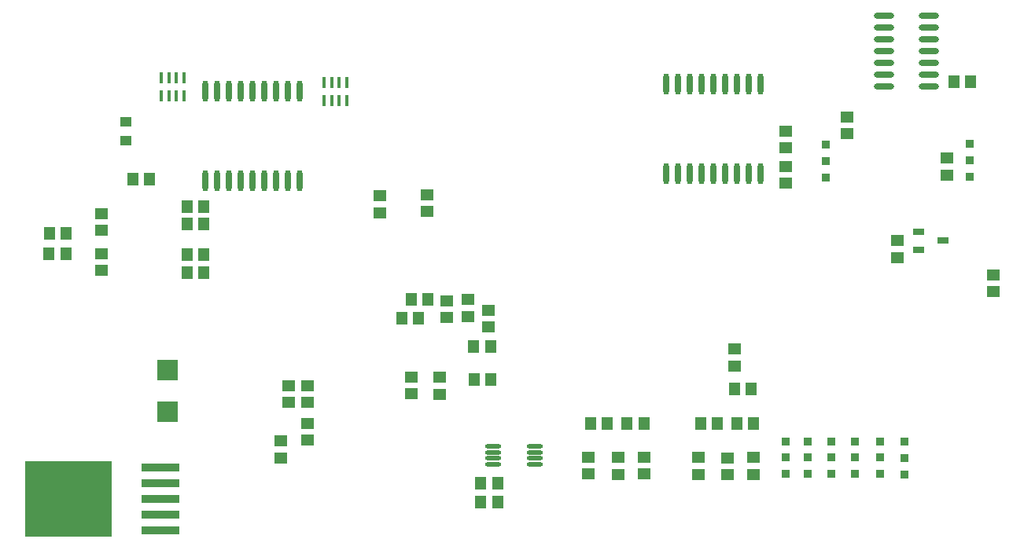
<source format=gbp>
%FSTAX24Y24*%
%MOIN*%
G70*
G01*
G75*
G04 Layer_Color=128*
%ADD10C,0.0100*%
%ADD11R,0.0512X0.0394*%
%ADD12O,0.0945X0.0236*%
%ADD13R,0.0945X0.0236*%
%ADD14R,0.1575X0.0670*%
%ADD15R,0.0177X0.0453*%
%ADD16R,0.1378X0.0748*%
%ADD17R,0.1732X0.0866*%
%ADD18R,0.0532X0.0472*%
%ADD19R,0.1969X0.2756*%
%ADD20R,0.0472X0.0532*%
%ADD21C,0.0394*%
%ADD22R,0.0591X0.0118*%
%ADD23R,0.0118X0.0591*%
%ADD24O,0.0276X0.0984*%
%ADD25R,0.0472X0.0551*%
%ADD26R,0.0551X0.0472*%
%ADD27R,0.0591X0.0315*%
%ADD28R,0.0787X0.0571*%
%ADD29C,0.0120*%
%ADD30C,0.0300*%
%ADD31C,0.2362*%
%ADD32C,0.0800*%
%ADD33C,0.0700*%
%ADD34C,0.0591*%
%ADD35C,0.0984*%
%ADD36R,0.0984X0.0984*%
%ADD37O,0.0787X0.1890*%
%ADD38O,0.1890X0.0787*%
%ADD39C,0.0591*%
%ADD40C,0.1043*%
%ADD41R,0.0591X0.0591*%
%ADD42C,0.1161*%
%ADD43R,0.0787X0.0787*%
%ADD44C,0.0787*%
%ADD45R,0.0650X0.0650*%
%ADD46C,0.0650*%
%ADD47C,0.0728*%
%ADD48R,0.0728X0.0728*%
%ADD49C,0.1181*%
%ADD50R,0.0591X0.0591*%
%ADD51R,0.0591X0.0591*%
%ADD52C,0.0472*%
%ADD53C,0.0240*%
%ADD54R,0.0374X0.0335*%
%ADD55R,0.0472X0.0256*%
%ADD56R,0.0906X0.0906*%
%ADD57R,0.3701X0.3228*%
%ADD58R,0.1634X0.0374*%
%ADD59O,0.0236X0.0906*%
%ADD60O,0.0709X0.0177*%
%ADD61O,0.0866X0.0236*%
%ADD62C,0.0200*%
%ADD63C,0.0079*%
%ADD64C,0.0039*%
%ADD65C,0.0098*%
%ADD66C,0.0236*%
%ADD67C,0.0030*%
%ADD68C,0.0050*%
%ADD69C,0.0040*%
%ADD70C,0.0059*%
%ADD71R,0.1614X0.0748*%
%ADD72R,0.0592X0.0474*%
%ADD73O,0.1025X0.0316*%
%ADD74R,0.1025X0.0316*%
%ADD75R,0.1655X0.0750*%
%ADD76R,0.0257X0.0533*%
%ADD77R,0.1458X0.0828*%
%ADD78R,0.1812X0.0946*%
%ADD79R,0.0612X0.0552*%
%ADD80R,0.2049X0.2836*%
%ADD81R,0.0552X0.0612*%
%ADD82C,0.0474*%
%ADD83R,0.0671X0.0198*%
%ADD84R,0.0198X0.0671*%
%ADD85O,0.0356X0.1064*%
%ADD86R,0.0552X0.0631*%
%ADD87R,0.0631X0.0552*%
%ADD88R,0.0671X0.0395*%
%ADD89R,0.0867X0.0651*%
%ADD90C,0.2442*%
%ADD91C,0.0880*%
%ADD92C,0.0780*%
%ADD93C,0.0671*%
%ADD94C,0.1064*%
%ADD95R,0.1064X0.1064*%
%ADD96O,0.0867X0.1970*%
%ADD97O,0.1970X0.0867*%
%ADD98C,0.0671*%
%ADD99C,0.1123*%
%ADD100R,0.0671X0.0671*%
%ADD101C,0.1241*%
%ADD102R,0.0867X0.0867*%
%ADD103C,0.0867*%
%ADD104R,0.0730X0.0730*%
%ADD105C,0.0730*%
%ADD106C,0.0808*%
%ADD107R,0.0808X0.0808*%
%ADD108C,0.1261*%
%ADD109R,0.0671X0.0671*%
%ADD110R,0.0671X0.0671*%
%ADD111C,0.0552*%
%ADD112C,0.0320*%
%ADD113R,0.0454X0.0415*%
%ADD114R,0.0552X0.0336*%
%ADD115R,0.0986X0.0986*%
%ADD116R,0.3781X0.3308*%
%ADD117R,0.1714X0.0454*%
%ADD118O,0.0316X0.0986*%
%ADD119O,0.0789X0.0257*%
%ADD120O,0.0946X0.0316*%
D11*
X0257Y032756D02*
D03*
Y033544D02*
D03*
D15*
X027515Y0354D02*
D03*
X0272D02*
D03*
Y034632D02*
D03*
X027515D02*
D03*
X02783D02*
D03*
X028145D02*
D03*
Y0354D02*
D03*
X02783D02*
D03*
X034415Y0352D02*
D03*
X0341D02*
D03*
Y034432D02*
D03*
X034415D02*
D03*
X03473D02*
D03*
X035045D02*
D03*
Y0352D02*
D03*
X03473D02*
D03*
D18*
X06245Y02635D02*
D03*
Y027059D02*
D03*
X05365Y032446D02*
D03*
Y033154D02*
D03*
Y031659D02*
D03*
Y03095D02*
D03*
X03225Y020004D02*
D03*
Y019296D02*
D03*
X0326Y02165D02*
D03*
Y022359D02*
D03*
X0584Y028504D02*
D03*
Y027796D02*
D03*
X0515Y023904D02*
D03*
Y023196D02*
D03*
X0605Y031293D02*
D03*
Y032002D02*
D03*
X05625Y033039D02*
D03*
Y033748D02*
D03*
D20*
X02315Y02795D02*
D03*
X022441D02*
D03*
X023154Y0288D02*
D03*
X022446D02*
D03*
X052204Y0222D02*
D03*
X051496D02*
D03*
X040741Y0182D02*
D03*
X04145D02*
D03*
X040741Y0174D02*
D03*
X04145D02*
D03*
D25*
X028291Y0292D02*
D03*
X029D02*
D03*
X028291Y02995D02*
D03*
X029D02*
D03*
X028291Y02715D02*
D03*
X029D02*
D03*
X028291Y0279D02*
D03*
X029D02*
D03*
X0267Y0311D02*
D03*
X025991D02*
D03*
X051591Y020741D02*
D03*
X0523D02*
D03*
X050759D02*
D03*
X05005D02*
D03*
X04045Y0226D02*
D03*
X041159D02*
D03*
X0385Y026D02*
D03*
X037791D02*
D03*
X038109Y0252D02*
D03*
X0374D02*
D03*
X040441Y024D02*
D03*
X04115D02*
D03*
X060796Y03525D02*
D03*
X061504D02*
D03*
X046109Y02075D02*
D03*
X0454D02*
D03*
X046941D02*
D03*
X04765D02*
D03*
D26*
X03645Y030404D02*
D03*
Y029696D02*
D03*
X03845Y030454D02*
D03*
Y029746D02*
D03*
X0334Y021646D02*
D03*
Y022354D02*
D03*
Y020754D02*
D03*
Y020046D02*
D03*
X02465Y02965D02*
D03*
Y028941D02*
D03*
Y027959D02*
D03*
Y02725D02*
D03*
X0523Y0193D02*
D03*
Y018591D02*
D03*
X0512Y019291D02*
D03*
Y018583D02*
D03*
X0378Y022709D02*
D03*
Y022D02*
D03*
X0402Y025291D02*
D03*
Y026D02*
D03*
X04105Y02555D02*
D03*
Y024841D02*
D03*
X04995Y0193D02*
D03*
Y018591D02*
D03*
X0393Y025241D02*
D03*
Y02595D02*
D03*
X039Y0227D02*
D03*
Y021991D02*
D03*
X0453Y019309D02*
D03*
Y0186D02*
D03*
X04655Y0193D02*
D03*
Y018591D02*
D03*
X04765Y019309D02*
D03*
Y0186D02*
D03*
D54*
X0587Y019276D02*
D03*
Y019965D02*
D03*
Y018587D02*
D03*
X05537Y031876D02*
D03*
Y032565D02*
D03*
Y031187D02*
D03*
X06146Y031916D02*
D03*
Y032605D02*
D03*
Y031227D02*
D03*
X05765Y019306D02*
D03*
Y019994D02*
D03*
Y018617D02*
D03*
X0566Y0193D02*
D03*
Y019989D02*
D03*
Y018611D02*
D03*
X0556Y0193D02*
D03*
Y019989D02*
D03*
Y018611D02*
D03*
X0546Y0193D02*
D03*
Y019989D02*
D03*
Y018611D02*
D03*
X05365Y0193D02*
D03*
Y019989D02*
D03*
Y018611D02*
D03*
D55*
X060322Y0285D02*
D03*
X059278Y028126D02*
D03*
Y028874D02*
D03*
D56*
X02745Y02125D02*
D03*
Y023022D02*
D03*
D57*
X023243Y01755D02*
D03*
D58*
X027161Y016211D02*
D03*
Y016881D02*
D03*
Y01755D02*
D03*
Y018219D02*
D03*
Y018889D02*
D03*
D59*
X0526Y031341D02*
D03*
X0521D02*
D03*
X0516D02*
D03*
X0511D02*
D03*
X0506D02*
D03*
X0501D02*
D03*
X0496D02*
D03*
X0491D02*
D03*
X0486D02*
D03*
X0526Y035159D02*
D03*
X0521D02*
D03*
X0516D02*
D03*
X0511D02*
D03*
X0506D02*
D03*
X0501D02*
D03*
X0496D02*
D03*
X0491D02*
D03*
X0486D02*
D03*
X03305Y031031D02*
D03*
X03255D02*
D03*
X03205D02*
D03*
X03155D02*
D03*
X03105D02*
D03*
X03055D02*
D03*
X03005D02*
D03*
X02955D02*
D03*
X02905D02*
D03*
X03305Y03485D02*
D03*
X03255D02*
D03*
X03205D02*
D03*
X03155D02*
D03*
X03105D02*
D03*
X03055D02*
D03*
X03005D02*
D03*
X02955D02*
D03*
X02905D02*
D03*
D60*
X041274Y019016D02*
D03*
Y019272D02*
D03*
Y019528D02*
D03*
Y019784D02*
D03*
X043026Y019016D02*
D03*
Y019272D02*
D03*
Y019528D02*
D03*
Y019784D02*
D03*
D61*
X059731Y038038D02*
D03*
Y037538D02*
D03*
Y037038D02*
D03*
Y036538D02*
D03*
Y036038D02*
D03*
Y035538D02*
D03*
Y035038D02*
D03*
X057841Y038038D02*
D03*
Y037538D02*
D03*
Y037038D02*
D03*
Y036538D02*
D03*
Y036038D02*
D03*
Y035538D02*
D03*
Y035038D02*
D03*
M02*

</source>
